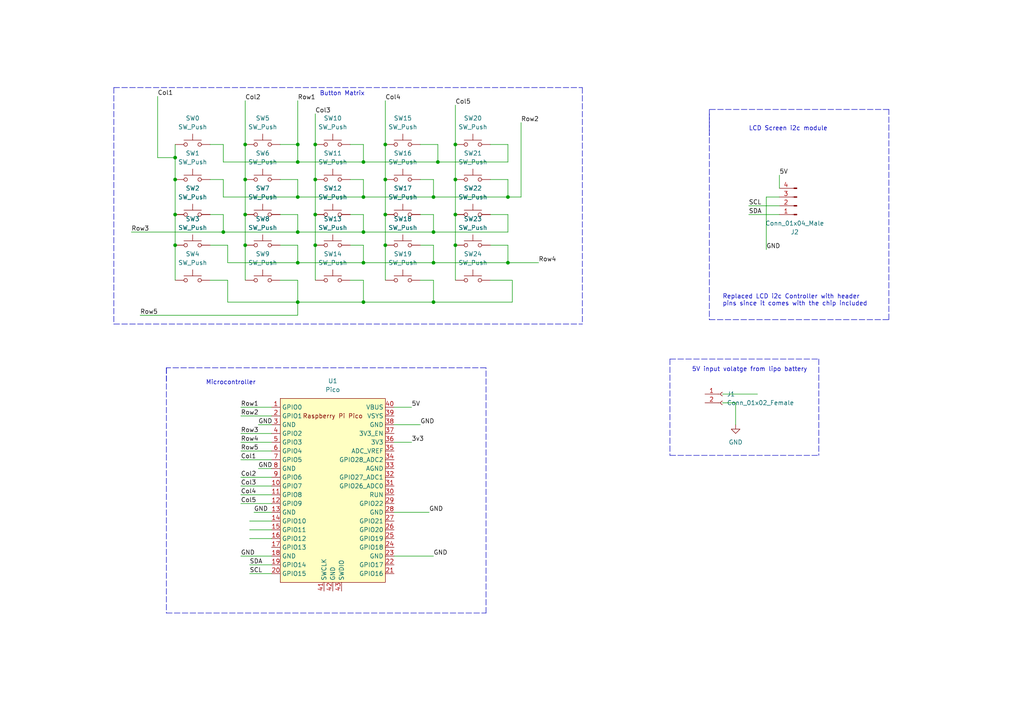
<source format=kicad_sch>
(kicad_sch (version 20211123) (generator eeschema)
  (paper "A4")
  (lib_symbols
    (symbol "Connector:Conn_01x02_Female" (pin_names (offset 1.016) hide)
      (property "Reference" "J" (at 0 2.54 0))
      (property "Value" "Conn_01x02_Female" (at 0 -5.08 0))
      (symbol "Conn_01x02_Female_1_1"
        (arc (start 0 -2.032) (mid -0.508 -2.54) (end 0 -3.048) (stroke (width 0.1524)))
        (polyline (pts (xy -1.27 -2.54) (xy -0.508 -2.54)) (stroke (width 0.1524)))
        (polyline (pts (xy -1.27 0) (xy -0.508 0)) (stroke (width 0.1524)))
        (arc (start 0 0.508) (mid -0.508 0) (end 0 -0.508) (stroke (width 0.1524)))
        (pin passive line (at -5.08 0 0) (length 3.81) (name "Pin_1") (number "1"))
        (pin passive line (at -5.08 -2.54 0) (length 3.81) (name "Pin_2") (number "2"))
      )
    )
    (symbol "Connector:Conn_01x04_Male" (pin_names (offset 1.016) hide)
      (property "Reference" "J" (at 0 5.08 0))
      (property "Value" "Conn_01x04_Male" (at 0 -7.62 0))
      (symbol "Conn_01x04_Male_1_1"
        (polyline (pts (xy 1.27 -5.08) (xy 0.8636 -5.08)) (stroke (width 0.1524)))
        (polyline (pts (xy 1.27 -2.54) (xy 0.8636 -2.54)) (stroke (width 0.1524)))
        (polyline (pts (xy 1.27 0) (xy 0.8636 0)) (stroke (width 0.1524)))
        (polyline (pts (xy 1.27 2.54) (xy 0.8636 2.54)) (stroke (width 0.1524)))
        (rectangle (start 0.8636 -4.953) (end 0 -5.207) (stroke (width 0.1524)) (fill (type outline)))
        (rectangle (start 0.8636 -2.413) (end 0 -2.667) (stroke (width 0.1524)) (fill (type outline)))
        (rectangle (start 0.8636 0.127) (end 0 -0.127) (stroke (width 0.1524)) (fill (type outline)))
        (rectangle (start 0.8636 2.667) (end 0 2.413) (stroke (width 0.1524)) (fill (type outline)))
        (pin passive line (at 5.08 2.54 180) (length 3.81) (name "Pin_1") (number "1"))
        (pin passive line (at 5.08 0 180) (length 3.81) (name "Pin_2") (number "2"))
        (pin passive line (at 5.08 -2.54 180) (length 3.81) (name "Pin_3") (number "3"))
        (pin passive line (at 5.08 -5.08 180) (length 3.81) (name "Pin_4") (number "4"))
      )
    )
    (symbol "MCU_RaspberryPi_and_Boards:Pico"
      (property "Reference" "U" (at -13.97 27.94 0))
      (property "Value" "Pico" (at 0 19.05 0))
      (symbol "Pico_0_0"
        (text "Raspberry Pi Pico" (at 0 21.59 0) (effects (font (size 1.27 1.27))))
      )
      (symbol "Pico_0_1"
        (rectangle (start -15.24 26.67) (end 15.24 -26.67) (fill (type background)))
      )
      (symbol "Pico_1_1"
        (pin bidirectional line (at -17.78 24.13 0) (length 2.54) (name "GPIO0") (number "1"))
        (pin bidirectional line (at -17.78 1.27 0) (length 2.54) (name "GPIO7") (number "10"))
        (pin bidirectional line (at -17.78 -1.27 0) (length 2.54) (name "GPIO8") (number "11"))
        (pin bidirectional line (at -17.78 -3.81 0) (length 2.54) (name "GPIO9") (number "12"))
        (pin power_in line (at -17.78 -6.35 0) (length 2.54) (name "GND") (number "13"))
        (pin bidirectional line (at -17.78 -8.89 0) (length 2.54) (name "GPIO10") (number "14"))
        (pin bidirectional line (at -17.78 -11.43 0) (length 2.54) (name "GPIO11") (number "15"))
        (pin bidirectional line (at -17.78 -13.97 0) (length 2.54) (name "GPIO12") (number "16"))
        (pin bidirectional line (at -17.78 -16.51 0) (length 2.54) (name "GPIO13") (number "17"))
        (pin power_in line (at -17.78 -19.05 0) (length 2.54) (name "GND") (number "18"))
        (pin bidirectional line (at -17.78 -21.59 0) (length 2.54) (name "GPIO14") (number "19"))
        (pin bidirectional line (at -17.78 21.59 0) (length 2.54) (name "GPIO1") (number "2"))
        (pin bidirectional line (at -17.78 -24.13 0) (length 2.54) (name "GPIO15") (number "20"))
        (pin bidirectional line (at 17.78 -24.13 180) (length 2.54) (name "GPIO16") (number "21"))
        (pin bidirectional line (at 17.78 -21.59 180) (length 2.54) (name "GPIO17") (number "22"))
        (pin power_in line (at 17.78 -19.05 180) (length 2.54) (name "GND") (number "23"))
        (pin bidirectional line (at 17.78 -16.51 180) (length 2.54) (name "GPIO18") (number "24"))
        (pin bidirectional line (at 17.78 -13.97 180) (length 2.54) (name "GPIO19") (number "25"))
        (pin bidirectional line (at 17.78 -11.43 180) (length 2.54) (name "GPIO20") (number "26"))
        (pin bidirectional line (at 17.78 -8.89 180) (length 2.54) (name "GPIO21") (number "27"))
        (pin power_in line (at 17.78 -6.35 180) (length 2.54) (name "GND") (number "28"))
        (pin bidirectional line (at 17.78 -3.81 180) (length 2.54) (name "GPIO22") (number "29"))
        (pin power_in line (at -17.78 19.05 0) (length 2.54) (name "GND") (number "3"))
        (pin input line (at 17.78 -1.27 180) (length 2.54) (name "RUN") (number "30"))
        (pin bidirectional line (at 17.78 1.27 180) (length 2.54) (name "GPIO26_ADC0") (number "31"))
        (pin bidirectional line (at 17.78 3.81 180) (length 2.54) (name "GPIO27_ADC1") (number "32"))
        (pin power_in line (at 17.78 6.35 180) (length 2.54) (name "AGND") (number "33"))
        (pin bidirectional line (at 17.78 8.89 180) (length 2.54) (name "GPIO28_ADC2") (number "34"))
        (pin power_in line (at 17.78 11.43 180) (length 2.54) (name "ADC_VREF") (number "35"))
        (pin power_in line (at 17.78 13.97 180) (length 2.54) (name "3V3") (number "36"))
        (pin input line (at 17.78 16.51 180) (length 2.54) (name "3V3_EN") (number "37"))
        (pin bidirectional line (at 17.78 19.05 180) (length 2.54) (name "GND") (number "38"))
        (pin power_in line (at 17.78 21.59 180) (length 2.54) (name "VSYS") (number "39"))
        (pin bidirectional line (at -17.78 16.51 0) (length 2.54) (name "GPIO2") (number "4"))
        (pin power_in line (at 17.78 24.13 180) (length 2.54) (name "VBUS") (number "40"))
        (pin input line (at -2.54 -29.21 90) (length 2.54) (name "SWCLK") (number "41"))
        (pin power_in line (at 0 -29.21 90) (length 2.54) (name "GND") (number "42"))
        (pin bidirectional line (at 2.54 -29.21 90) (length 2.54) (name "SWDIO") (number "43"))
        (pin bidirectional line (at -17.78 13.97 0) (length 2.54) (name "GPIO3") (number "5"))
        (pin bidirectional line (at -17.78 11.43 0) (length 2.54) (name "GPIO4") (number "6"))
        (pin bidirectional line (at -17.78 8.89 0) (length 2.54) (name "GPIO5") (number "7"))
        (pin power_in line (at -17.78 6.35 0) (length 2.54) (name "GND") (number "8"))
        (pin bidirectional line (at -17.78 3.81 0) (length 2.54) (name "GPIO6") (number "9"))
      )
    )
    (symbol "Switch:SW_Push" (pin_numbers hide) (pin_names (offset 1.016) hide)
      (property "Reference" "SW" (at 1.27 2.54 0))
      (property "Value" "SW_Push" (at 0 -1.524 0))
      (symbol "SW_Push_0_1"
        (circle (center -2.032 0) (radius 0.508))
        (polyline (pts (xy 0 1.27) (xy 0 3.048)))
        (polyline (pts (xy 2.54 1.27) (xy -2.54 1.27)))
        (circle (center 2.032 0) (radius 0.508))
        (pin passive line (at -5.08 0 0) (length 2.54) (name "1") (number "1"))
        (pin passive line (at 5.08 0 180) (length 2.54) (name "2") (number "2"))
      )
    )
    (symbol "power:GND" (power) (pin_names (offset 0))
      (property "Value" "GND" (at 0 -3.81 0))
      (symbol "GND_0_1"
        (polyline (pts (xy 0 0) (xy 0 -1.27) (xy 1.27 -1.27) (xy 0 -2.54) (xy -1.27 -1.27) (xy 0 -1.27)))
      )
      (symbol "GND_1_1"
        (pin power_in line (at 0 0 270) (length 0) hide (name "GND") (number "1"))
      )
    )
  )
  (junction (at 71.12 71.12))
  (junction (at 91.44 41.91))
  (junction (at 111.76 62.23))
  (junction (at 71.12 62.23))
  (junction (at 105.41 67.31))
  (junction (at 147.32 57.15))
  (junction (at 86.36 76.2))
  (junction (at 71.12 52.07))
  (junction (at 105.41 46.99))
  (junction (at 86.36 87.63))
  (junction (at 132.08 62.23))
  (junction (at 111.76 71.12))
  (junction (at 50.8 52.07))
  (junction (at 132.08 52.07))
  (junction (at 50.8 71.12))
  (junction (at 111.76 41.91))
  (junction (at 105.41 76.2))
  (junction (at 111.76 52.07))
  (junction (at 125.73 87.63))
  (junction (at 64.77 67.31))
  (junction (at 105.41 87.63))
  (junction (at 147.32 76.2))
  (junction (at 125.73 67.31))
  (junction (at 50.8 62.23))
  (junction (at 91.44 52.07))
  (junction (at 50.8 45.72))
  (junction (at 91.44 62.23))
  (junction (at 91.44 71.12))
  (junction (at 125.73 57.15))
  (junction (at 105.41 57.15))
  (junction (at 125.73 76.2))
  (junction (at 86.36 67.31))
  (junction (at 86.36 41.91))
  (junction (at 132.08 41.91))
  (junction (at 71.12 41.91))
  (junction (at 127 46.99))
  (junction (at 132.08 71.12))
  (junction (at 86.36 46.99))
  (junction (at 86.36 57.15))
  (wire (pts (xy 50.8 45.72) (xy 50.8 52.07)))
  (wire (pts (xy 69.85 140.97) (xy 78.74 140.97)))
  (wire (pts (xy 66.04 87.63) (xy 86.36 87.63)))
  (wire (pts (xy 64.77 57.15) (xy 86.36 57.15)))
  (wire (pts (xy 40.64 91.44) (xy 86.36 91.44)))
  (wire (pts (xy 105.41 41.91) (xy 105.41 46.99)))
  (wire (pts (xy 125.73 62.23) (xy 125.73 67.31)))
  (wire (pts (xy 111.76 52.07) (xy 111.76 62.23)))
  (wire (pts (xy 132.08 52.07) (xy 132.08 62.23)))
  (wire (pts (xy 147.32 57.15) (xy 151.13 57.15)))
  (wire (pts (xy 101.6 81.28) (xy 105.41 81.28)))
  (wire (pts (xy 66.04 71.12) (xy 66.04 76.2)))
  (wire (pts (xy 73.66 148.59) (xy 78.74 148.59)))
  (wire (pts (xy 86.36 41.91) (xy 86.36 46.99)))
  (wire (pts (xy 64.77 62.23) (xy 64.77 67.31)))
  (polyline (pts (xy 48.26 177.8) (xy 140.97 177.8)))
  (polyline (pts (xy 140.97 177.8) (xy 140.97 106.68)))
  (wire (pts (xy 111.76 41.91) (xy 111.76 52.07)))
  (wire (pts (xy 132.08 41.91) (xy 132.08 52.07)))
  (wire (pts (xy 86.36 29.21) (xy 86.36 41.91)))
  (polyline (pts (xy 237.49 104.14) (xy 237.49 132.08)))
  (wire (pts (xy 60.96 62.23) (xy 64.77 62.23)))
  (wire (pts (xy 142.24 41.91) (xy 147.32 41.91)))
  (polyline (pts (xy 194.31 104.14) (xy 237.49 104.14)))
  (polyline (pts (xy 194.31 104.14) (xy 194.31 132.08)))
  (wire (pts (xy 69.85 130.81) (xy 78.74 130.81)))
  (wire (pts (xy 222.25 57.15) (xy 222.25 72.39)))
  (wire (pts (xy 71.12 71.12) (xy 71.12 81.28)))
  (wire (pts (xy 132.08 62.23) (xy 132.08 71.12)))
  (wire (pts (xy 105.41 46.99) (xy 127 46.99)))
  (wire (pts (xy 86.36 52.07) (xy 86.36 57.15)))
  (wire (pts (xy 114.3 161.29) (xy 125.73 161.29)))
  (wire (pts (xy 121.92 81.28) (xy 125.73 81.28)))
  (wire (pts (xy 86.36 87.63) (xy 105.41 87.63)))
  (wire (pts (xy 60.96 41.91) (xy 64.77 41.91)))
  (wire (pts (xy 86.36 57.15) (xy 105.41 57.15)))
  (wire (pts (xy 69.85 120.65) (xy 78.74 120.65)))
  (wire (pts (xy 74.93 135.89) (xy 78.74 135.89)))
  (wire (pts (xy 101.6 52.07) (xy 105.41 52.07)))
  (wire (pts (xy 60.96 71.12) (xy 66.04 71.12)))
  (wire (pts (xy 64.77 46.99) (xy 86.36 46.99)))
  (wire (pts (xy 91.44 41.91) (xy 91.44 52.07)))
  (wire (pts (xy 91.44 52.07) (xy 91.44 62.23)))
  (wire (pts (xy 72.39 163.83) (xy 78.74 163.83)))
  (wire (pts (xy 64.77 67.31) (xy 86.36 67.31)))
  (wire (pts (xy 114.3 148.59) (xy 124.46 148.59)))
  (wire (pts (xy 114.3 123.19) (xy 121.92 123.19)))
  (wire (pts (xy 69.85 125.73) (xy 78.74 125.73)))
  (wire (pts (xy 66.04 81.28) (xy 66.04 87.63)))
  (wire (pts (xy 60.96 52.07) (xy 64.77 52.07)))
  (wire (pts (xy 81.28 62.23) (xy 86.36 62.23)))
  (wire (pts (xy 209.55 114.3) (xy 219.71 114.3)))
  (polyline (pts (xy 48.26 106.68) (xy 48.26 177.8)))
  (wire (pts (xy 86.36 67.31) (xy 105.41 67.31)))
  (wire (pts (xy 111.76 71.12) (xy 111.76 81.28)))
  (wire (pts (xy 86.36 62.23) (xy 86.36 67.31)))
  (wire (pts (xy 64.77 52.07) (xy 64.77 57.15)))
  (wire (pts (xy 38.1 67.31) (xy 64.77 67.31)))
  (wire (pts (xy 86.36 76.2) (xy 105.41 76.2)))
  (polyline (pts (xy 205.74 31.75) (xy 205.74 39.37)))
  (wire (pts (xy 86.36 87.63) (xy 86.36 91.44)))
  (polyline (pts (xy 194.31 132.08) (xy 237.49 132.08)))
  (wire (pts (xy 151.13 35.56) (xy 151.13 57.15)))
  (wire (pts (xy 209.55 116.84) (xy 213.36 116.84)))
  (wire (pts (xy 105.41 52.07) (xy 105.41 57.15)))
  (wire (pts (xy 125.73 52.07) (xy 125.73 57.15)))
  (wire (pts (xy 121.92 62.23) (xy 125.73 62.23)))
  (wire (pts (xy 72.39 151.13) (xy 78.74 151.13)))
  (wire (pts (xy 72.39 153.67) (xy 78.74 153.67)))
  (wire (pts (xy 121.92 41.91) (xy 127 41.91)))
  (polyline (pts (xy 257.81 92.71) (xy 257.81 31.75)))
  (wire (pts (xy 64.77 41.91) (xy 64.77 46.99)))
  (wire (pts (xy 147.32 62.23) (xy 142.24 62.23)))
  (polyline (pts (xy 33.02 25.4) (xy 33.02 93.98)))
  (wire (pts (xy 72.39 156.21) (xy 78.74 156.21)))
  (wire (pts (xy 66.04 76.2) (xy 86.36 76.2)))
  (polyline (pts (xy 33.02 25.4) (xy 168.91 25.4)))
  (wire (pts (xy 81.28 41.91) (xy 86.36 41.91)))
  (wire (pts (xy 127 41.91) (xy 127 46.99)))
  (wire (pts (xy 147.32 52.07) (xy 147.32 57.15)))
  (wire (pts (xy 125.73 57.15) (xy 147.32 57.15)))
  (wire (pts (xy 217.17 62.23) (xy 226.06 62.23)))
  (wire (pts (xy 69.85 146.05) (xy 78.74 146.05)))
  (wire (pts (xy 101.6 41.91) (xy 105.41 41.91)))
  (wire (pts (xy 226.06 57.15) (xy 222.25 57.15)))
  (wire (pts (xy 125.73 87.63) (xy 148.59 87.63)))
  (wire (pts (xy 72.39 166.37) (xy 78.74 166.37)))
  (wire (pts (xy 147.32 67.31) (xy 147.32 62.23)))
  (wire (pts (xy 105.41 76.2) (xy 125.73 76.2)))
  (wire (pts (xy 213.36 116.84) (xy 213.36 123.19)))
  (wire (pts (xy 50.8 62.23) (xy 50.8 71.12)))
  (wire (pts (xy 71.12 62.23) (xy 71.12 71.12)))
  (wire (pts (xy 132.08 71.12) (xy 132.08 81.28)))
  (wire (pts (xy 111.76 62.23) (xy 111.76 71.12)))
  (wire (pts (xy 148.59 81.28) (xy 142.24 81.28)))
  (wire (pts (xy 50.8 45.72) (xy 45.72 45.72)))
  (wire (pts (xy 71.12 52.07) (xy 71.12 62.23)))
  (wire (pts (xy 69.85 133.35) (xy 78.74 133.35)))
  (wire (pts (xy 74.93 123.19) (xy 78.74 123.19)))
  (wire (pts (xy 71.12 29.21) (xy 71.12 41.91)))
  (wire (pts (xy 50.8 71.12) (xy 50.8 81.28)))
  (wire (pts (xy 105.41 67.31) (xy 125.73 67.31)))
  (wire (pts (xy 132.08 30.48) (xy 132.08 41.91)))
  (wire (pts (xy 105.41 87.63) (xy 125.73 87.63)))
  (polyline (pts (xy 205.74 92.71) (xy 257.81 92.71)))
  (polyline (pts (xy 168.91 25.4) (xy 168.91 93.98)))
  (wire (pts (xy 81.28 52.07) (xy 86.36 52.07)))
  (wire (pts (xy 147.32 71.12) (xy 147.32 76.2)))
  (wire (pts (xy 105.41 57.15) (xy 125.73 57.15)))
  (wire (pts (xy 91.44 33.02) (xy 91.44 41.91)))
  (wire (pts (xy 86.36 71.12) (xy 86.36 76.2)))
  (wire (pts (xy 125.73 76.2) (xy 147.32 76.2)))
  (polyline (pts (xy 257.81 31.75) (xy 205.74 31.75)))
  (wire (pts (xy 125.73 81.28) (xy 125.73 87.63)))
  (wire (pts (xy 69.85 128.27) (xy 78.74 128.27)))
  (wire (pts (xy 101.6 62.23) (xy 105.41 62.23)))
  (wire (pts (xy 125.73 67.31) (xy 147.32 67.31)))
  (wire (pts (xy 147.32 41.91) (xy 147.32 46.99)))
  (wire (pts (xy 81.28 81.28) (xy 86.36 81.28)))
  (wire (pts (xy 226.06 50.8) (xy 226.06 54.61)))
  (wire (pts (xy 69.85 118.11) (xy 78.74 118.11)))
  (polyline (pts (xy 140.97 106.68) (xy 48.26 106.68)))
  (wire (pts (xy 121.92 52.07) (xy 125.73 52.07)))
  (wire (pts (xy 86.36 81.28) (xy 86.36 87.63)))
  (wire (pts (xy 81.28 71.12) (xy 86.36 71.12)))
  (wire (pts (xy 105.41 62.23) (xy 105.41 67.31)))
  (wire (pts (xy 125.73 71.12) (xy 125.73 76.2)))
  (wire (pts (xy 127 46.99) (xy 147.32 46.99)))
  (wire (pts (xy 86.36 46.99) (xy 105.41 46.99)))
  (wire (pts (xy 114.3 128.27) (xy 119.38 128.27)))
  (polyline (pts (xy 33.02 93.98) (xy 168.91 93.98)))
  (polyline (pts (xy 205.74 33.02) (xy 205.74 92.71)))
  (wire (pts (xy 50.8 41.91) (xy 50.8 45.72)))
  (wire (pts (xy 114.3 118.11) (xy 119.38 118.11)))
  (wire (pts (xy 105.41 71.12) (xy 105.41 76.2)))
  (wire (pts (xy 147.32 71.12) (xy 142.24 71.12)))
  (wire (pts (xy 101.6 71.12) (xy 105.41 71.12)))
  (wire (pts (xy 91.44 71.12) (xy 91.44 81.28)))
  (wire (pts (xy 60.96 81.28) (xy 66.04 81.28)))
  (wire (pts (xy 69.85 143.51) (xy 78.74 143.51)))
  (wire (pts (xy 148.59 87.63) (xy 148.59 81.28)))
  (polyline (pts (xy 48.26 106.68) (xy 48.26 110.49)))
  (wire (pts (xy 71.12 41.91) (xy 71.12 52.07)))
  (wire (pts (xy 217.17 59.69) (xy 226.06 59.69)))
  (wire (pts (xy 111.76 29.21) (xy 111.76 41.91)))
  (wire (pts (xy 142.24 52.07) (xy 147.32 52.07)))
  (wire (pts (xy 121.92 71.12) (xy 125.73 71.12)))
  (wire (pts (xy 69.85 161.29) (xy 78.74 161.29)))
  (wire (pts (xy 147.32 76.2) (xy 156.21 76.2)))
  (wire (pts (xy 91.44 62.23) (xy 91.44 71.12)))
  (wire (pts (xy 69.85 138.43) (xy 78.74 138.43)))
  (wire (pts (xy 45.72 27.94) (xy 45.72 45.72)))
  (wire (pts (xy 105.41 81.28) (xy 105.41 87.63)))
  (wire (pts (xy 50.8 52.07) (xy 50.8 62.23)))
  (text "LCD Screen i2c module" (at 217.17 38.1 0) (effects (font (size 1.27 1.27)) (justify left bottom)))
  (text "5V input volatge from lipo battery" (at 200.66 107.95 0) (effects (font (size 1.27 1.27)) (justify left bottom)))
  (text "Microcontroller\n" (at 59.69 111.76 0) (effects (font (size 1.27 1.27)) (justify left bottom)))
  (text "Replaced LCD i2c Controller with header\npins since it comes with the chip included" (at 209.55 88.9 0) (effects (font (size 1.27 1.27)) (justify left bottom)))
  (text "Button Matrix\n" (at 92.71 27.94 0) (effects (font (size 1.27 1.27)) (justify left bottom)))
  (label "GND" (at 222.25 72.39 0))
  (label "Row1" (at 86.36 29.21 0))
  (label "Row3" (at 69.85 125.73 0))
  (label "Col3" (at 69.85 140.97 0))
  (label "GND" (at 124.46 148.59 0))
  (label "GND" (at 73.66 148.59 0))
  (label "3v3" (at 119.38 128.27 0))
  (label "GND" (at 121.92 123.19 0))
  (label "GND" (at 74.93 135.89 0))
  (label "Row2" (at 69.85 120.65 0))
  (label "GND" (at 69.85 161.29 0))
  (label "Col5" (at 69.85 146.05 0))
  (label "SDA" (at 72.39 163.83 0))
  (label "GND" (at 74.93 123.19 0))
  (label "Col4" (at 111.76 29.21 0))
  (label "Row2" (at 151.13 35.56 0))
  (label "Row4" (at 156.21 76.2 0))
  (label "SDA" (at 217.17 62.23 0))
  (label "Col5" (at 132.08 30.48 0))
  (label "Col3" (at 91.44 33.02 0))
  (label "Col1" (at 69.85 133.35 0))
  (label "Row5" (at 40.64 91.44 0))
  (label "SCL" (at 217.17 59.69 0))
  (label "SCL" (at 72.39 166.37 0))
  (label "Row1" (at 69.85 118.11 0))
  (label "Col2" (at 71.12 29.21 0))
  (label "Row4" (at 69.85 128.27 0))
  (label "Col4" (at 69.85 143.51 0))
  (label "Col1" (at 45.72 27.94 0))
  (label "Col2" (at 69.85 138.43 0))
  (label "Row3" (at 38.1 67.31 0))
  (label "5V" (at 119.38 118.11 0))
  (label "5V" (at 226.06 50.8 0))
  (label "GND" (at 125.73 161.29 0))
  (label "Row5" (at 69.85 130.81 0))
  (symbol (lib_id "Switch:SW_Push") (at 96.52 62.23 0) (unit 1)
    (property "Reference" "SW12" (at 96.52 54.61 0))
    (property "Value" "SW_Push" (at 96.52 57.15 0))
    (property "Footprint" "Button_Switch_THT:SW_PUSH_6mm_H5mm" (effects hide))
  )
  (symbol (lib_id "Switch:SW_Push") (at 116.84 52.07 0) (unit 1)
    (property "Reference" "SW16" (at 116.84 44.45 0))
    (property "Value" "SW_Push" (at 116.84 46.99 0))
    (property "Footprint" "Button_Switch_THT:SW_PUSH_6mm_H5mm" (effects hide))
  )
  (symbol (lib_id "Switch:SW_Push") (at 116.84 71.12 0) (unit 1)
    (property "Reference" "SW18" (at 116.84 63.5 0))
    (property "Value" "SW_Push" (at 116.84 66.04 0))
    (property "Footprint" "Button_Switch_THT:SW_PUSH_6mm_H5mm" (effects hide))
  )
  (symbol (lib_id "Switch:SW_Push") (at 55.88 62.23 0) (unit 1)
    (property "Reference" "SW2" (at 55.88 54.61 0))
    (property "Value" "SW_Push" (at 55.88 57.15 0))
    (property "Footprint" "Button_Switch_THT:SW_PUSH_6mm_H5mm" (effects hide))
  )
  (symbol (lib_id "Switch:SW_Push") (at 137.16 62.23 0) (unit 1)
    (property "Reference" "SW22" (at 137.16 54.61 0))
    (property "Value" "SW_Push" (at 137.16 57.15 0))
    (property "Footprint" "Button_Switch_THT:SW_PUSH_6mm_H5mm" (effects hide))
  )
  (symbol (lib_id "Switch:SW_Push") (at 55.88 71.12 0) (unit 1)
    (property "Reference" "SW3" (at 55.88 63.5 0))
    (property "Value" "SW_Push" (at 55.88 66.04 0))
    (property "Footprint" "Button_Switch_THT:SW_PUSH_6mm_H5mm" (effects hide))
  )
  (symbol (lib_id "Switch:SW_Push") (at 137.16 41.91 0) (unit 1)
    (property "Reference" "SW20" (at 137.16 34.29 0))
    (property "Value" "SW_Push" (at 137.16 36.83 0))
    (property "Footprint" "Button_Switch_THT:SW_PUSH_6mm_H5mm" (effects hide))
  )
  (symbol (lib_id "Switch:SW_Push") (at 76.2 71.12 0) (unit 1)
    (property "Reference" "SW8" (at 76.2 63.5 0))
    (property "Value" "SW_Push" (at 76.2 66.04 0))
    (property "Footprint" "Button_Switch_THT:SW_PUSH_6mm_H5mm" (effects hide))
  )
  (symbol (lib_id "Switch:SW_Push") (at 116.84 41.91 0) (unit 1)
    (property "Reference" "SW15" (at 116.84 34.29 0))
    (property "Value" "SW_Push" (at 116.84 36.83 0))
    (property "Footprint" "Button_Switch_THT:SW_PUSH_6mm_H5mm" (effects hide))
  )
  (symbol (lib_id "power:GND") (at 213.36 123.19 0) (unit 1)
    (property "Reference" "#PWR0101" (effects hide))
    (property "Value" "GND" (at 213.36 128.27 0))
  )
  (symbol (lib_id "Switch:SW_Push") (at 137.16 81.28 0) (unit 1)
    (property "Reference" "SW24" (at 137.16 73.66 0))
    (property "Value" "SW_Push" (at 137.16 76.2 0))
    (property "Footprint" "Button_Switch_THT:SW_PUSH_6mm_H5mm" (effects hide))
  )
  (symbol (lib_id "Switch:SW_Push") (at 76.2 41.91 0) (unit 1)
    (property "Reference" "SW5" (at 76.2 34.29 0))
    (property "Value" "SW_Push" (at 76.2 36.83 0))
    (property "Footprint" "Button_Switch_THT:SW_PUSH_6mm_H5mm" (effects hide))
  )
  (symbol (lib_id "MCU_RaspberryPi_and_Boards:Pico") (at 96.52 142.24 0) (unit 1)
    (property "Reference" "U1" (at 96.52 110.49 0))
    (property "Value" "Pico" (at 96.52 113.03 0))
    (property "Footprint" "MCU_RaspberryPi_and_Boards:RPi_Pico_SMD_TH" (effects hide))
  )
  (symbol (lib_id "Switch:SW_Push") (at 137.16 52.07 0) (unit 1)
    (property "Reference" "SW21" (at 137.16 44.45 0))
    (property "Value" "SW_Push" (at 137.16 46.99 0))
    (property "Footprint" "Button_Switch_THT:SW_PUSH_6mm_H5mm" (effects hide))
  )
  (symbol (lib_id "Switch:SW_Push") (at 76.2 62.23 0) (unit 1)
    (property "Reference" "SW7" (at 76.2 54.61 0))
    (property "Value" "SW_Push" (at 76.2 57.15 0))
    (property "Footprint" "Button_Switch_THT:SW_PUSH_6mm_H5mm" (effects hide))
  )
  (symbol (lib_id "Connector:Conn_01x04_Male") (at 231.14 59.69 180) (unit 1)
    (property "Reference" "J2" (at 230.505 67.31 0))
    (property "Value" "Conn_01x04_Male" (at 230.505 64.77 0))
    (property "Footprint" "Connector_PinHeader_2.54mm:PinHeader_1x04_P2.54mm_Vertical" (effects hide))
  )
  (symbol (lib_id "Switch:SW_Push") (at 55.88 81.28 0) (unit 1)
    (property "Reference" "SW4" (at 55.88 73.66 0))
    (property "Value" "SW_Push" (at 55.88 76.2 0))
    (property "Footprint" "Button_Switch_THT:SW_PUSH_6mm_H5mm" (effects hide))
  )
  (symbol (lib_id "Switch:SW_Push") (at 96.52 71.12 0) (unit 1)
    (property "Reference" "SW13" (at 96.52 63.5 0))
    (property "Value" "SW_Push" (at 96.52 66.04 0))
    (property "Footprint" "Button_Switch_THT:SW_PUSH_6mm_H5mm" (effects hide))
  )
  (symbol (lib_id "Switch:SW_Push") (at 96.52 52.07 0) (unit 1)
    (property "Reference" "SW11" (at 96.52 44.45 0))
    (property "Value" "SW_Push" (at 96.52 46.99 0))
    (property "Footprint" "Button_Switch_THT:SW_PUSH_6mm_H5mm" (effects hide))
  )
  (symbol (lib_id "Switch:SW_Push") (at 76.2 81.28 0) (unit 1)
    (property "Reference" "SW9" (at 76.2 73.66 0))
    (property "Value" "SW_Push" (at 76.2 76.2 0))
    (property "Footprint" "Button_Switch_THT:SW_PUSH_6mm_H5mm" (effects hide))
  )
  (symbol (lib_id "Connector:Conn_01x02_Female") (at 209.55 114.3 0) (unit 1)
    (property "Reference" "J1" (at 210.82 114.2999 0) (effects (justify left)))
    (property "Value" "Conn_01x02_Female" (at 210.82 116.8399 0) (effects (justify left)))
    (property "Footprint" "Connector_JST:JST_PH_B2B-PH-K_1x02_P2.00mm_Vertical" (effects hide))
  )
  (symbol (lib_id "Switch:SW_Push") (at 137.16 71.12 0) (unit 1)
    (property "Reference" "SW23" (at 137.16 63.5 0))
    (property "Value" "SW_Push" (at 137.16 66.04 0))
    (property "Footprint" "Button_Switch_THT:SW_PUSH_6mm_H5mm" (effects hide))
  )
  (symbol (lib_id "Switch:SW_Push") (at 96.52 81.28 0) (unit 1)
    (property "Reference" "SW14" (at 96.52 73.66 0))
    (property "Value" "SW_Push" (at 96.52 76.2 0))
    (property "Footprint" "Button_Switch_THT:SW_PUSH_6mm_H5mm" (effects hide))
  )
  (symbol (lib_id "Switch:SW_Push") (at 116.84 62.23 0) (unit 1)
    (property "Reference" "SW17" (at 116.84 54.61 0))
    (property "Value" "SW_Push" (at 116.84 57.15 0))
    (property "Footprint" "Button_Switch_THT:SW_PUSH_6mm_H5mm" (effects hide))
  )
  (symbol (lib_id "Switch:SW_Push") (at 76.2 52.07 0) (unit 1)
    (property "Reference" "SW6" (at 76.2 44.45 0))
    (property "Value" "SW_Push" (at 76.2 46.99 0))
    (property "Footprint" "Button_Switch_THT:SW_PUSH_6mm_H5mm" (effects hide))
  )
  (symbol (lib_id "Switch:SW_Push") (at 55.88 52.07 0) (unit 1)
    (property "Reference" "SW1" (at 55.88 44.45 0))
    (property "Value" "SW_Push" (at 55.88 46.99 0))
    (property "Footprint" "Button_Switch_THT:SW_PUSH_6mm_H5mm" (effects hide))
  )
  (symbol (lib_id "Switch:SW_Push") (at 96.52 41.91 0) (unit 1)
    (property "Reference" "SW10" (at 96.52 34.29 0))
    (property "Value" "SW_Push" (at 96.52 36.83 0))
    (property "Footprint" "Button_Switch_THT:SW_PUSH_6mm_H5mm" (effects hide))
  )
  (symbol (lib_id "Switch:SW_Push") (at 116.84 81.28 0) (unit 1)
    (property "Reference" "SW19" (at 116.84 73.66 0))
    (property "Value" "SW_Push" (at 116.84 76.2 0))
    (property "Footprint" "Button_Switch_THT:SW_PUSH_6mm_H5mm" (effects hide))
  )
  (symbol (lib_id "Switch:SW_Push") (at 55.88 41.91 0) (unit 1)
    (property "Reference" "SW0" (at 55.88 34.29 0))
    (property "Value" "SW_Push" (at 55.88 36.83 0))
    (property "Footprint" "Button_Switch_THT:SW_PUSH_6mm_H5mm" (effects hide))
  )
)
</source>
